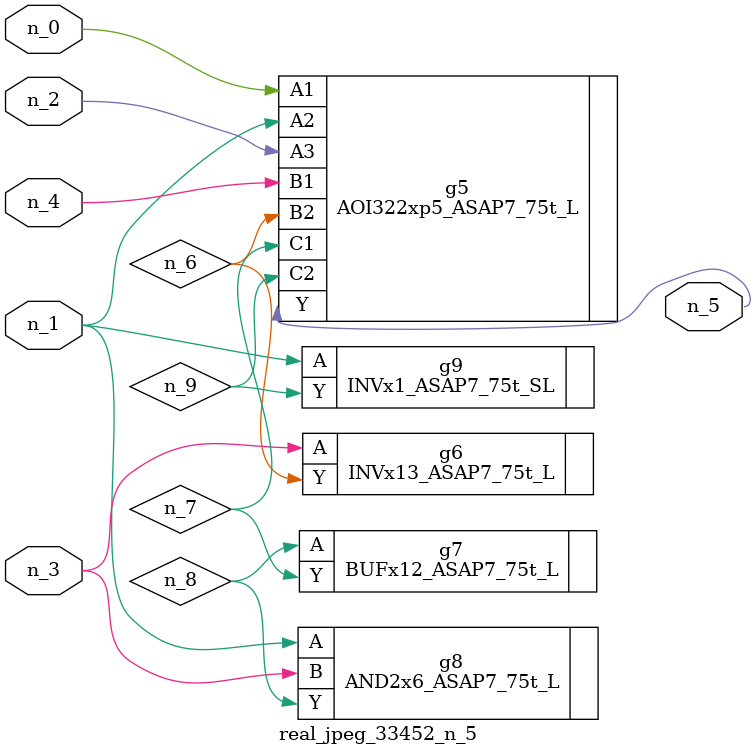
<source format=v>
module real_jpeg_33452_n_5 (n_4, n_0, n_1, n_2, n_3, n_5);

input n_4;
input n_0;
input n_1;
input n_2;
input n_3;

output n_5;

wire n_8;
wire n_6;
wire n_7;
wire n_9;

AOI322xp5_ASAP7_75t_L g5 ( 
.A1(n_0),
.A2(n_1),
.A3(n_2),
.B1(n_4),
.B2(n_6),
.C1(n_7),
.C2(n_9),
.Y(n_5)
);

AND2x6_ASAP7_75t_L g8 ( 
.A(n_1),
.B(n_3),
.Y(n_8)
);

INVx1_ASAP7_75t_SL g9 ( 
.A(n_1),
.Y(n_9)
);

INVx13_ASAP7_75t_L g6 ( 
.A(n_3),
.Y(n_6)
);

BUFx12_ASAP7_75t_L g7 ( 
.A(n_8),
.Y(n_7)
);


endmodule
</source>
